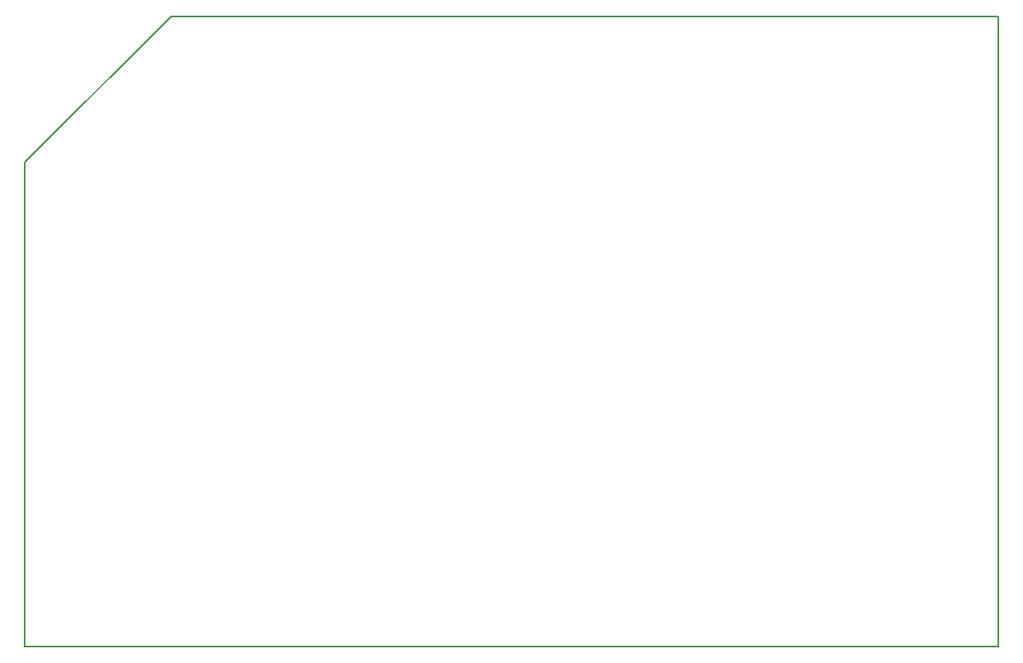
<source format=gm1>
%TF.GenerationSoftware,KiCad,Pcbnew,5.1.6*%
%TF.CreationDate,2020-09-23T23:00:43+02:00*%
%TF.ProjectId,RC2014-LPT,52433230-3134-42d4-9c50-542e6b696361,rev?*%
%TF.SameCoordinates,Original*%
%TF.FileFunction,Profile,NP*%
%FSLAX46Y46*%
G04 Gerber Fmt 4.6, Leading zero omitted, Abs format (unit mm)*
G04 Created by KiCad (PCBNEW 5.1.6) date 2020-09-23 23:00:43*
%MOMM*%
%LPD*%
G01*
G04 APERTURE LIST*
%TA.AperFunction,Profile*%
%ADD10C,0.150000*%
%TD*%
G04 APERTURE END LIST*
D10*
X142314000Y-9000000D02*
X142314000Y-73752600D01*
X42196600Y-73752600D02*
X142314000Y-73752600D01*
X57208000Y-9000000D02*
X42196600Y-24011400D01*
X42196600Y-24011400D02*
X42196600Y-73752600D01*
X142314000Y-9000000D02*
X57208000Y-9000000D01*
M02*

</source>
